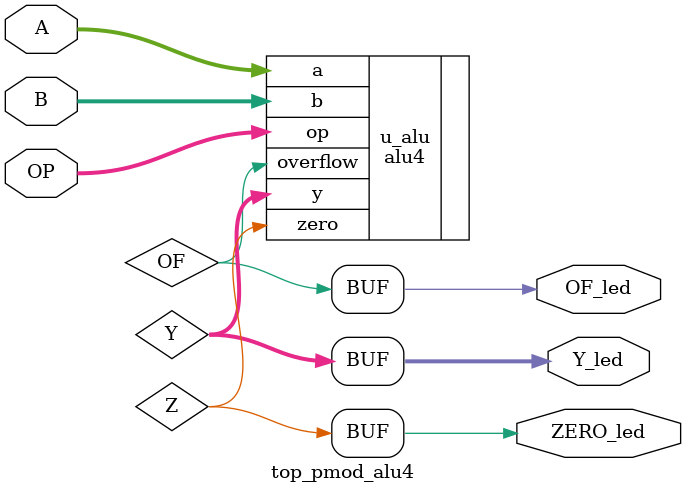
<source format=v>
`timescale 1ns/1ps
module top_pmod_alu4(
  input  wire [3:0] A,        // JD1..JD4  (switches -> 3V3, pulldown en XDC)
  input  wire [3:0] B,        // JD7..JD10 (switches -> 3V3, pulldown en XDC)
  input  wire [2:0] OP,       // JE1..JE3  (switches -> 3V3, pulldown en XDC)
  output wire [3:0] Y_led,    // JC1..JC4  (LEDs externos con resistor a GND)
  output wire       ZERO_led, // JC8       (LED externo)
  output wire       OF_led    // JC7       (LED externo)
);
  wire [3:0] Y;
  wire Z, OF;

  alu4 u_alu(.a(A), .b(B), .op(OP), .y(Y), .overflow(OF), .zero(Z));

  assign Y_led    = Y;
  assign ZERO_led = Z;
  assign OF_led   = OF;
endmodule
</source>
